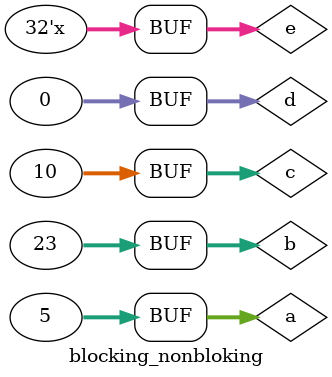
<source format=sv>
module blocking_nonbloking();
  int a, b,c,d,e;
  initial begin 
    a<=5;
    b<=23;
    c<=10;
    d<=0;
    
    #10
    d<=a+b;
    e<=d+c;
    
    #10
    //blocking
    d =a+b;
    e =d+c;
    #30
    d=0;
  end 
  
  initial begin 
    $dumpfile("test.vcd");
    $dumpvars;
  end 
endmodule
    
    
</source>
